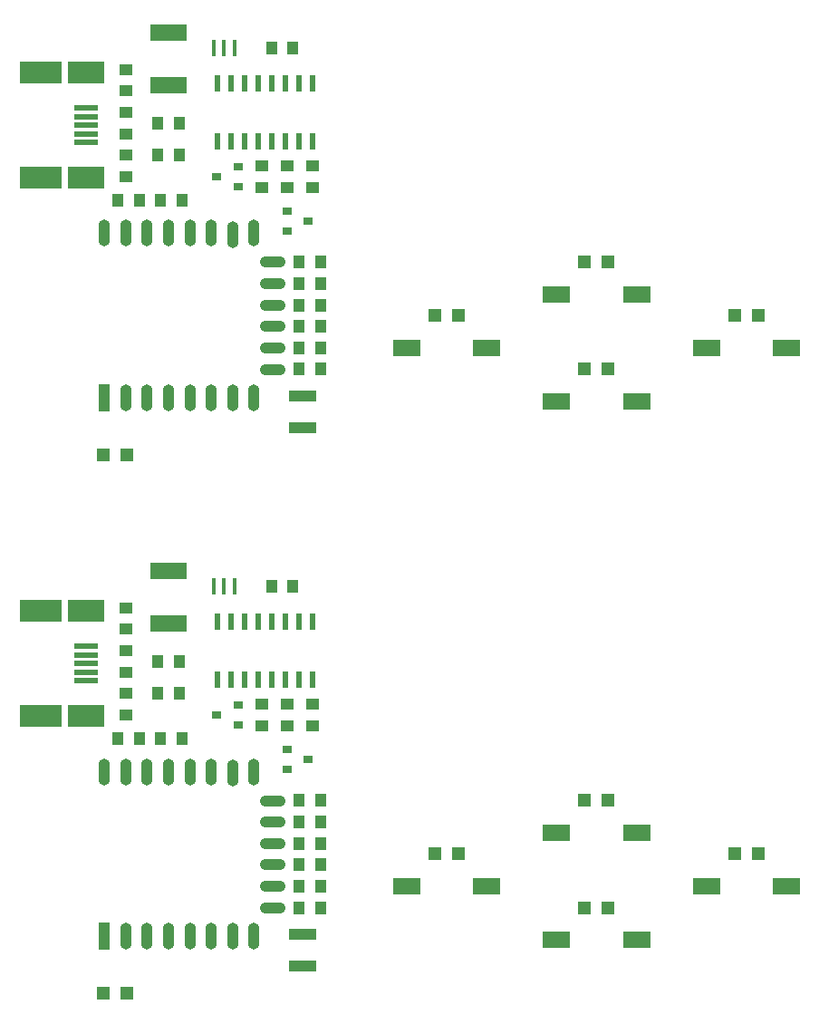
<source format=gtp>
G04 #@! TF.GenerationSoftware,KiCad,Pcbnew,no-vcs-found-7650~57~ubuntu14.04.1*
G04 #@! TF.CreationDate,2017-02-13T23:40:00+01:00*
G04 #@! TF.ProjectId,Wifi_PB_panel,576966695F50425F70616E656C2E6B69,V0.1*
G04 #@! TF.FileFunction,Paste,Top*
G04 #@! TF.FilePolarity,Positive*
%FSLAX46Y46*%
G04 Gerber Fmt 4.6, Leading zero omitted, Abs format (unit mm)*
G04 Created by KiCad (PCBNEW no-vcs-found-7650~57~ubuntu14.04.1) date Mon Feb 13 23:40:00 2017*
%MOMM*%
%LPD*%
G01*
G04 APERTURE LIST*
%ADD10C,0.100000*%
%ADD11R,1.300000X1.000000*%
%ADD12R,2.500000X1.600000*%
%ADD13R,1.250000X1.000000*%
%ADD14R,1.100000X2.500000*%
%ADD15O,1.100000X2.500000*%
%ADD16O,2.400000X1.100000*%
%ADD17R,1.200000X1.200000*%
%ADD18R,1.000000X1.300000*%
%ADD19R,0.900000X0.800000*%
%ADD20R,3.500000X1.600000*%
%ADD21R,0.300000X1.600000*%
%ADD22R,0.600000X1.500000*%
%ADD23R,1.000000X1.250000*%
%ADD24R,2.250000X0.500000*%
%ADD25R,3.500000X2.050000*%
%ADD26R,4.000000X2.050000*%
%ADD27R,2.500000X1.000000*%
G04 APERTURE END LIST*
D10*
D11*
X126075000Y-99300000D03*
X126075000Y-97300000D03*
D12*
X172750000Y-114300000D03*
X165250000Y-114300000D03*
X151250000Y-119300000D03*
X158750000Y-119300000D03*
D13*
X111000000Y-94300000D03*
X111000000Y-92300000D03*
D11*
X123750000Y-99300000D03*
X123750000Y-97300000D03*
D14*
X109000000Y-119000000D03*
D15*
X111000000Y-119000000D03*
X113000000Y-119000000D03*
X115000000Y-119000000D03*
X117000000Y-119000000D03*
X119000000Y-119000000D03*
X121000000Y-119000000D03*
X123000000Y-119000000D03*
D16*
X124750000Y-116310000D03*
X124750000Y-114310000D03*
X124750000Y-112310000D03*
X124750000Y-110310000D03*
X124750000Y-108310000D03*
X124750000Y-106310000D03*
D15*
X123000000Y-103600000D03*
X121000000Y-103700000D03*
X119000000Y-103600000D03*
X117000000Y-103600000D03*
X115000000Y-103600000D03*
X113000000Y-103600000D03*
X111000000Y-103600000D03*
X109000000Y-103600000D03*
D17*
X153900000Y-116300000D03*
X156100000Y-116300000D03*
D18*
X129200000Y-114300000D03*
X127200000Y-114300000D03*
X114250000Y-100550000D03*
X116250000Y-100550000D03*
X112250000Y-100550000D03*
X110250000Y-100550000D03*
D19*
X128075000Y-102450000D03*
X126075000Y-103400000D03*
X126075000Y-101500000D03*
D20*
X115000000Y-89738400D03*
X115000000Y-84861600D03*
D19*
X121500000Y-99250000D03*
X121500000Y-97350000D03*
X119500000Y-98300000D03*
D17*
X153900000Y-106300000D03*
X156100000Y-106300000D03*
D13*
X111000000Y-88300000D03*
X111000000Y-90300000D03*
D21*
X119250000Y-86300000D03*
X120200000Y-86300000D03*
X121150000Y-86300000D03*
D17*
X170100000Y-111300000D03*
X167900000Y-111300000D03*
D13*
X128450000Y-97300000D03*
X128450000Y-99300000D03*
D12*
X144750000Y-114300000D03*
X137250000Y-114300000D03*
X151250000Y-109300000D03*
X158750000Y-109300000D03*
D17*
X142100000Y-111300000D03*
X139900000Y-111300000D03*
X108900000Y-124300000D03*
X111100000Y-124300000D03*
D13*
X111000000Y-96300000D03*
X111000000Y-98300000D03*
D22*
X128445000Y-89600000D03*
X127175000Y-89600000D03*
X125905000Y-89600000D03*
X124635000Y-89600000D03*
X123365000Y-89600000D03*
X122095000Y-89600000D03*
X120825000Y-89600000D03*
X119555000Y-89600000D03*
X119555000Y-95000000D03*
X120825000Y-95000000D03*
X122095000Y-95000000D03*
X123365000Y-95000000D03*
X124635000Y-95000000D03*
X125905000Y-95000000D03*
X127175000Y-95000000D03*
X128445000Y-95000000D03*
D23*
X129200000Y-112300000D03*
X127200000Y-112300000D03*
X124630000Y-86290000D03*
X126630000Y-86290000D03*
D18*
X127200000Y-106300000D03*
X129200000Y-106300000D03*
X129200000Y-108300000D03*
X127200000Y-108300000D03*
X127200000Y-110300000D03*
X129200000Y-110300000D03*
X127200000Y-116300000D03*
X129200000Y-116300000D03*
X116000000Y-96300000D03*
X114000000Y-96300000D03*
X114000000Y-93300000D03*
X116000000Y-93300000D03*
D24*
X107325000Y-93500000D03*
X107325000Y-92700000D03*
X107325000Y-91900000D03*
X107325000Y-94300000D03*
X107325000Y-95100000D03*
D25*
X107325000Y-88575000D03*
X107325000Y-98425000D03*
D26*
X103075000Y-88575000D03*
X103075000Y-98425000D03*
D27*
X127500000Y-118800000D03*
X127500000Y-121800000D03*
D22*
X128445000Y-44700000D03*
X127175000Y-44700000D03*
X125905000Y-44700000D03*
X124635000Y-44700000D03*
X123365000Y-44700000D03*
X122095000Y-44700000D03*
X120825000Y-44700000D03*
X119555000Y-44700000D03*
X119555000Y-39300000D03*
X120825000Y-39300000D03*
X122095000Y-39300000D03*
X123365000Y-39300000D03*
X124635000Y-39300000D03*
X125905000Y-39300000D03*
X127175000Y-39300000D03*
X128445000Y-39300000D03*
D15*
X109000000Y-53300000D03*
X111000000Y-53300000D03*
X113000000Y-53300000D03*
X115000000Y-53300000D03*
X117000000Y-53300000D03*
X119000000Y-53300000D03*
X121000000Y-53400000D03*
X123000000Y-53300000D03*
D16*
X124750000Y-56010000D03*
X124750000Y-58010000D03*
X124750000Y-60010000D03*
X124750000Y-62010000D03*
X124750000Y-64010000D03*
X124750000Y-66010000D03*
D15*
X123000000Y-68700000D03*
X121000000Y-68700000D03*
X119000000Y-68700000D03*
X117000000Y-68700000D03*
X115000000Y-68700000D03*
X113000000Y-68700000D03*
X111000000Y-68700000D03*
D14*
X109000000Y-68700000D03*
D13*
X128450000Y-49000000D03*
X128450000Y-47000000D03*
D23*
X126630000Y-35990000D03*
X124630000Y-35990000D03*
X127200000Y-62000000D03*
X129200000Y-62000000D03*
D27*
X127500000Y-71500000D03*
X127500000Y-68500000D03*
D13*
X111000000Y-40000000D03*
X111000000Y-38000000D03*
X111000000Y-42000000D03*
X111000000Y-44000000D03*
X111000000Y-48000000D03*
X111000000Y-46000000D03*
D17*
X111100000Y-74000000D03*
X108900000Y-74000000D03*
X139900000Y-61000000D03*
X142100000Y-61000000D03*
X156100000Y-56000000D03*
X153900000Y-56000000D03*
X167900000Y-61000000D03*
X170100000Y-61000000D03*
X156100000Y-66000000D03*
X153900000Y-66000000D03*
D19*
X126075000Y-51200000D03*
X126075000Y-53100000D03*
X128075000Y-52150000D03*
X119500000Y-48000000D03*
X121500000Y-47050000D03*
X121500000Y-48950000D03*
D18*
X129200000Y-60000000D03*
X127200000Y-60000000D03*
X127200000Y-58000000D03*
X129200000Y-58000000D03*
X129200000Y-66000000D03*
X127200000Y-66000000D03*
X127200000Y-64000000D03*
X129200000Y-64000000D03*
X129200000Y-56000000D03*
X127200000Y-56000000D03*
X110250000Y-50250000D03*
X112250000Y-50250000D03*
X116250000Y-50250000D03*
X114250000Y-50250000D03*
D11*
X123750000Y-47000000D03*
X123750000Y-49000000D03*
X126075000Y-47000000D03*
X126075000Y-49000000D03*
D18*
X116000000Y-43000000D03*
X114000000Y-43000000D03*
X114000000Y-46000000D03*
X116000000Y-46000000D03*
D12*
X158750000Y-69000000D03*
X151250000Y-69000000D03*
X165250000Y-64000000D03*
X172750000Y-64000000D03*
X158750000Y-59000000D03*
X151250000Y-59000000D03*
X137250000Y-64000000D03*
X144750000Y-64000000D03*
D20*
X115000000Y-34561600D03*
X115000000Y-39438400D03*
D26*
X103075000Y-48125000D03*
X103075000Y-38275000D03*
D25*
X107325000Y-48125000D03*
X107325000Y-38275000D03*
D24*
X107325000Y-44800000D03*
X107325000Y-44000000D03*
X107325000Y-41600000D03*
X107325000Y-42400000D03*
X107325000Y-43200000D03*
D21*
X121150000Y-36000000D03*
X120200000Y-36000000D03*
X119250000Y-36000000D03*
M02*

</source>
